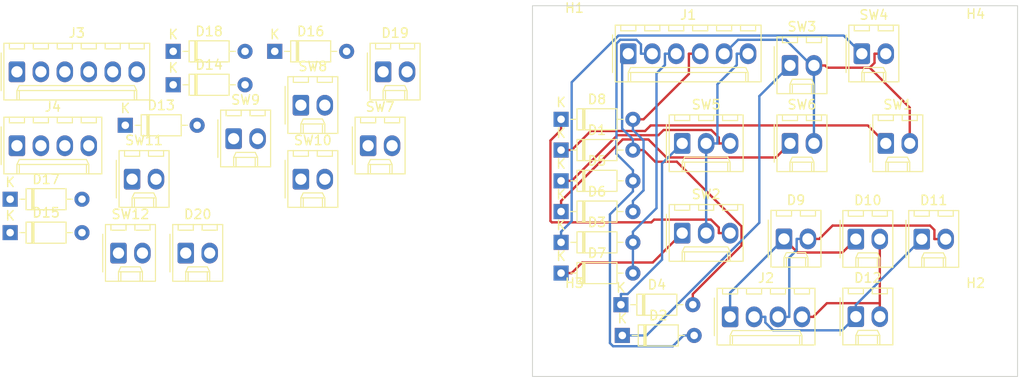
<source format=kicad_pcb>
(kicad_pcb (version 20211014) (generator pcbnew)
  (layers (0 "F.Cu" signal) (31 "B.Cu" signal) (34 "B.Paste" user) (35 "F.Paste" user) (36 "B.SilkS" user "B.Silkscreen") (37 "F.SilkS" user "F.Silkscreen") (38 "B.Mask" user) (39 "F.Mask" user) (44 "Edge.Cuts" user))
  (net 0 "")
  (net 1 "Net-(D1-Pad1)")
  (net 2 "/Test/TEST-ROW-0")
  (net 3 "Net-(D2-Pad1)")
  (net 4 "/Test/TEST-ROW-1")
  (net 5 "Net-(D3-Pad1)")
  (net 6 "/Test/TEST-ROW-2")
  (net 7 "Net-(D4-Pad1)")
  (net 8 "Net-(D5-Pad1)")
  (net 9 "Net-(D6-Pad1)")
  (net 10 "/Test/TEST-ROW-3")
  (net 11 "Net-(D7-Pad1)")
  (net 12 "Net-(D8-Pad1)")
  (net 13 "/Test/TEST-LED-ROW-0")
  (net 14 "/Test/TEST-LED-COL-0")
  (net 15 "/Test/TEST-LED-COL-1")
  (net 16 "/Test/TEST-LED-ROW-1")
  (net 17 "/Test/TEST-COL-0")
  (net 18 "/Test/TEST-COL-1")
  (net 19 "Net-(D13-Pad1)")
  (net 20 "/FLIGHT-CONTROL/FLT-CTL-ROW-0")
  (net 21 "Net-(D14-Pad1)")
  (net 22 "Net-(D15-Pad1)")
  (net 23 "Net-(D16-Pad1)")
  (net 24 "/FLIGHT-CONTROL/FLT-CTL-ROW-1")
  (net 25 "Net-(D17-Pad1)")
  (net 26 "Net-(D18-Pad1)")
  (net 27 "/FLIGHT-CONTROL/TEST-LED-ROW-0")
  (net 28 "/FLIGHT-CONTROL/TEST-LED-COL-0")
  (net 29 "/FLIGHT-CONTROL/TEST-LED-COL-1")
  (net 31 "/FLIGHT-CONTROL/FLT-CTL-COL-0")
  (net 32 "/FLIGHT-CONTROL/FLT-CTL-COL-1")
  (net 33 "/FLIGHT-CONTROL/FLT-CTL-COL-2")
  (footprint "PT_Library_v001:D_Signal_P7.62mm_Horizontal" (layer "F.Cu") (at 121.26 67.08)
    (fp_text reference "D16" (at 3.81 -2.12) (layer "F.SilkS"))
    (fp_text value "D")
    (fp_text user "K" (at 0 -1.8) (layer "F.SilkS"))
    (pad "1" thru_hole rect locked (at 0 0) (size 1.6 1.6) (drill 0.8) (layers *.Cu *.Mask) (net 23 "Net-(D16-Pad1)"))
    (pad "2" thru_hole oval locked (at 7.62 0) (size 1.6 1.6) (drill 0.8) (layers *.Cu *.Mask) (net 24 "/FLIGHT-CONTROL/FLT-CTL-ROW-1"))
  )
  (footprint "PT_Library_v001:Molex_1x04_P2.54mm_Vertical" (layer "F.Cu") (at 169.545 95.27)
    (fp_text reference "J2" (at 3.81 -4.12) (layer "F.SilkS"))
    (fp_text value "TEST LEDS")
    (pad "1" thru_hole roundrect locked (at 0 0) (size 1.74 2.2) (drill 1.2) (layers *.Cu *.Mask) (roundrect_rratio 0.143678) (net 13 "/Test/TEST-LED-ROW-0"))
    (pad "2" thru_hole oval locked (at 2.54 0) (size 1.74 2.2) (drill 1.2) (layers *.Cu *.Mask) (net 16 "/Test/TEST-LED-ROW-1"))
    (pad "3" thru_hole oval locked (at 5.08 0) (size 1.74 2.2) (drill 1.2) (layers *.Cu *.Mask) (net 14 "/Test/TEST-LED-COL-0"))
    (pad "4" thru_hole oval locked (at 7.62 0) (size 1.74 2.2) (drill 1.2) (layers *.Cu *.Mask) (net 15 "/Test/TEST-LED-COL-1"))
  )
  (footprint "PT_Library_v001:Molex_1x04_P2.54mm_Vertical" (layer "F.Cu") (at 93.92 77.1)
    (fp_text reference "J4" (at 3.81 -4.12) (layer "F.SilkS"))
    (fp_text value "TEST LEDS")
    (pad "1" thru_hole roundrect locked (at 0 0) (size 1.74 2.2) (drill 1.2) (layers *.Cu *.Mask) (roundrect_rratio 0.143678) (net 27 "/FLIGHT-CONTROL/TEST-LED-ROW-0"))
    (pad "2" thru_hole oval locked (at 2.54 0) (size 1.74 2.2) (drill 1.2) (layers *.Cu *.Mask) (net 28 "/FLIGHT-CONTROL/TEST-LED-COL-0"))
    (pad "3" thru_hole oval locked (at 5.08 0) (size 1.74 2.2) (drill 1.2) (layers *.Cu *.Mask) (net 29 "/FLIGHT-CONTROL/TEST-LED-COL-1"))
    (pad "4" thru_hole oval locked (at 7.62 0) (size 1.74 2.2) (drill 1.2) (layers *.Cu *.Mask))
  )
  (footprint "PT_Library_v001:Molex_1x02_P2.54mm_Vertical" (layer "F.Cu") (at 124.03 80.65)
    (fp_text reference "SW10" (at 1.27 -4.12) (layer "F.SilkS"))
    (fp_text value "LE-FLAPS")
    (pad "1" thru_hole roundrect locked (at 0 0) (size 1.74 2.2) (drill 1.2) (layers *.Cu *.Mask) (roundrect_rratio 0.143678) (net 23 "Net-(D16-Pad1)"))
    (pad "2" thru_hole oval locked (at 2.54 0) (size 1.74 2.2) (drill 1.2) (layers *.Cu *.Mask) (net 31 "/FLIGHT-CONTROL/FLT-CTL-COL-0"))
  )
  (footprint "PT_Library_v001:D_Signal_P7.62mm_Horizontal" (layer "F.Cu") (at 93.2 82.78)
    (fp_text reference "D17" (at 3.81 -2.12) (layer "F.SilkS"))
    (fp_text value "D")
    (fp_text user "K" (at 0 -1.8) (layer "F.SilkS"))
    (pad "1" thru_hole rect locked (at 0 0) (size 1.6 1.6) (drill 0.8) (layers *.Cu *.Mask) (net 25 "Net-(D17-Pad1)"))
    (pad "2" thru_hole oval locked (at 7.62 0) (size 1.6 1.6) (drill 0.8) (layers *.Cu *.Mask) (net 24 "/FLIGHT-CONTROL/FLT-CTL-ROW-1"))
  )
  (footprint "PT_Library_v001:Molex_1x02_P2.54mm_Vertical" (layer "F.Cu") (at 189.865 87.015)
    (fp_text reference "D11" (at 1.27 -4.12) (layer "F.SilkS"))
    (fp_text value "R-A")
    (pad "1" thru_hole roundrect locked (at 0 0) (size 1.74 2.2) (drill 1.2) (layers *.Cu *.Mask) (roundrect_rratio 0.143678) (net 16 "/Test/TEST-LED-ROW-1"))
    (pad "2" thru_hole oval locked (at 2.54 0) (size 1.74 2.2) (drill 1.2) (layers *.Cu *.Mask) (net 14 "/Test/TEST-LED-COL-0"))
  )
  (footprint "PT_Library_v001:D_Signal_P7.62mm_Horizontal" (layer "F.Cu") (at 157.97 93.98)
    (fp_text reference "D4" (at 3.81 -2.12) (layer "F.SilkS"))
    (fp_text value "D")
    (fp_text user "K" (at 0 -1.8) (layer "F.SilkS"))
    (pad "1" thru_hole rect locked (at 0 0) (size 1.6 1.6) (drill 0.8) (layers *.Cu *.Mask) (net 7 "Net-(D4-Pad1)"))
    (pad "2" thru_hole oval locked (at 7.62 0) (size 1.6 1.6) (drill 0.8) (layers *.Cu *.Mask) (net 2 "/Test/TEST-ROW-0"))
  )
  (footprint "PT_Library_v001:D_Signal_P7.62mm_Horizontal" (layer "F.Cu") (at 105.41 74.93)
    (fp_text reference "D13" (at 3.81 -2.12) (layer "F.SilkS"))
    (fp_text value "D")
    (fp_text user "K" (at 0 -1.8) (layer "F.SilkS"))
    (pad "1" thru_hole rect locked (at 0 0) (size 1.6 1.6) (drill 0.8) (layers *.Cu *.Mask) (net 19 "Net-(D13-Pad1)"))
    (pad "2" thru_hole oval locked (at 7.62 0) (size 1.6 1.6) (drill 0.8) (layers *.Cu *.Mask) (net 20 "/FLIGHT-CONTROL/FLT-CTL-ROW-0"))
  )
  (footprint "PT_Library_v001:Molex_1x02_P2.54mm_Vertical" (layer "F.Cu") (at 104.69 88.5)
    (fp_text reference "SW12" (at 1.27 -4.12) (layer "F.SilkS"))
    (fp_text value "BIT")
    (pad "1" thru_hole roundrect locked (at 0 0) (size 1.74 2.2) (drill 1.2) (layers *.Cu *.Mask) (roundrect_rratio 0.143678) (net 26 "Net-(D18-Pad1)"))
    (pad "2" thru_hole oval locked (at 2.54 0) (size 1.74 2.2) (drill 1.2) (layers *.Cu *.Mask) (net 33 "/FLIGHT-CONTROL/FLT-CTL-COL-2"))
  )
  (footprint "MountingHole:MountingHole_3.2mm_M3" (layer "F.Cu") (at 153.035 95.885)
    (fp_text reference "H3" (at 0 -4.2) (layer "F.SilkS"))
    (fp_text value "MountingHole")
    (pad "" np_thru_hole circle (at 0 0) (size 3.2 3.2) (drill 3.2) (layers *.Cu *.Mask))
  )
  (footprint "MountingHole:MountingHole_3.2mm_M3" (layer "F.Cu") (at 195.58 95.885)
    (fp_text reference "H2" (at 0 -4.2) (layer "F.SilkS"))
    (fp_text value "MountingHole")
    (pad "" np_thru_hole circle (at 0 0) (size 3.2 3.2) (drill 3.2) (layers *.Cu *.Mask))
  )
  (footprint "PT_Library_v001:Molex_1x02_P2.54mm_Vertical" (layer "F.Cu") (at 186.055 76.855)
    (fp_text reference "SW1" (at 1.27 -4.12) (layer "F.SilkS"))
    (fp_text value "FIRE & OH DETECT")
    (pad "1" thru_hole roundrect locked (at 0 0) (size 1.74 2.2) (drill 1.2) (layers *.Cu *.Mask) (roundrect_rratio 0.143678) (net 1 "Net-(D1-Pad1)"))
    (pad "2" thru_hole oval locked (at 2.54 0) (size 1.74 2.2) (drill 1.2) (layers *.Cu *.Mask) (net 17 "/Test/TEST-COL-0"))
  )
  (footprint "PT_Library_v001:Molex_1x02_P2.54mm_Vertical" (layer "F.Cu") (at 106.13 80.65)
    (fp_text reference "SW11" (at 1.27 -4.12) (layer "F.SilkS"))
    (fp_text value "FLCS-RESET")
    (pad "1" thru_hole roundrect locked (at 0 0) (size 1.74 2.2) (drill 1.2) (layers *.Cu *.Mask) (roundrect_rratio 0.143678) (net 25 "Net-(D17-Pad1)"))
    (pad "2" thru_hole oval locked (at 2.54 0) (size 1.74 2.2) (drill 1.2) (layers *.Cu *.Mask) (net 32 "/FLIGHT-CONTROL/FLT-CTL-COL-1"))
  )
  (footprint "PT_Library_v001:D_Signal_P7.62mm_Horizontal" (layer "F.Cu") (at 151.62 90.6236)
    (fp_text reference "D7" (at 3.81 -2.12) (layer "F.SilkS"))
    (fp_text value "D")
    (fp_text user "K" (at 0 -1.8) (layer "F.SilkS"))
    (pad "1" thru_hole rect locked (at 0 0) (size 1.6 1.6) (drill 0.8) (layers *.Cu *.Mask) (net 11 "Net-(D7-Pad1)"))
    (pad "2" thru_hole oval locked (at 7.62 0) (size 1.6 1.6) (drill 0.8) (layers *.Cu *.Mask) (net 6 "/Test/TEST-ROW-2"))
  )
  (footprint "PT_Library_v001:Molex_1x02_P2.54mm_Vertical" (layer "F.Cu") (at 175.26 86.995)
    (fp_text reference "D9" (at 1.27 -4.12) (layer "F.SilkS"))
    (fp_text value "L-C")
    (pad "1" thru_hole roundrect locked (at 0 0) (size 1.74 2.2) (drill 1.2) (layers *.Cu *.Mask) (roundrect_rratio 0.143678) (net 13 "/Test/TEST-LED-ROW-0"))
    (pad "2" thru_hole oval locked (at 2.54 0) (size 1.74 2.2) (drill 1.2) (layers *.Cu *.Mask) (net 14 "/Test/TEST-LED-COL-0"))
  )
  (footprint "PT_Library_v001:D_Signal_P7.62mm_Horizontal" (layer "F.Cu") (at 151.62 77.5607)
    (fp_text reference "D1" (at 3.81 -2.12) (layer "F.SilkS"))
    (fp_text value "D")
    (fp_text user "K" (at 0 -1.8) (layer "F.SilkS"))
    (pad "1" thru_hole rect locked (at 0 0) (size 1.6 1.6) (drill 0.8) (layers *.Cu *.Mask) (net 1 "Net-(D1-Pad1)"))
    (pad "2" thru_hole oval locked (at 7.62 0) (size 1.6 1.6) (drill 0.8) (layers *.Cu *.Mask) (net 2 "/Test/TEST-ROW-0"))
  )
  (footprint "PT_Library_v001:Molex_1x02_P2.54mm_Vertical" (layer "F.Cu") (at 175.895 68.58)
    (fp_text reference "SW3" (at 1.27 -4.12) (layer "F.SilkS"))
    (fp_text value "OXY QTY")
    (pad "1" thru_hole roundrect locked (at 0 0) (size 1.74 2.2) (drill 1.2) (layers *.Cu *.Mask) (roundrect_rratio 0.143678) (net 3 "Net-(D2-Pad1)"))
    (pad "2" thru_hole oval locked (at 2.54 0) (size 1.74 2.2) (drill 1.2) (layers *.Cu *.Mask) (net 17 "/Test/TEST-COL-0"))
  )
  (footprint "PT_Library_v001:D_Signal_P7.62mm_Horizontal" (layer "F.Cu") (at 151.62 74.295)
    (fp_text reference "D8" (at 3.81 -2.12) (layer "F.SilkS"))
    (fp_text value "D")
    (fp_text user "K" (at 0 -1.8) (layer "F.SilkS"))
    (pad "1" thru_hole rect locked (at 0 0) (size 1.6 1.6) (drill 0.8) (layers *.Cu *.Mask) (net 12 "Net-(D8-Pad1)"))
    (pad "2" thru_hole oval locked (at 7.62 0) (size 1.6 1.6) (drill 0.8) (layers *.Cu *.Mask) (net 10 "/Test/TEST-ROW-3"))
  )
  (footprint "PT_Library_v001:Molex_1x02_P2.54mm_Vertical" (layer "F.Cu") (at 183.515 67.33)
    (fp_text reference "SW4" (at 1.27 -4.12) (layer "F.SilkS"))
    (fp_text value "MAL & IND LTS")
    (pad "1" thru_hole roundrect locked (at 0 0) (size 1.74 2.2) (drill 1.2) (layers *.Cu *.Mask) (roundrect_rratio 0.143678) (net 5 "Net-(D3-Pad1)"))
    (pad "2" thru_hole oval locked (at 2.54 0) (size 1.74 2.2) (drill 1.2) (layers *.Cu *.Mask) (net 17 "/Test/TEST-COL-0"))
  )
  (footprint "PT_Library_v001:D_Signal_P7.62mm_Horizontal" (layer "F.Cu") (at 93.2 86.33)
    (fp_text reference "D15" (at 3.81 -2.12) (layer "F.SilkS"))
    (fp_text value "D")
    (fp_text user "K" (at 0 -1.8) (layer "F.SilkS"))
    (pad "1" thru_hole rect locked (at 0 0) (size 1.6 1.6) (drill 0.8) (layers *.Cu *.Mask) (net 22 "Net-(D15-Pad1)"))
    (pad "2" thru_hole oval locked (at 7.62 0) (size 1.6 1.6) (drill 0.8) (layers *.Cu *.Mask) (net 20 "/FLIGHT-CONTROL/FLT-CTL-ROW-0"))
  )
  (footprint "PT_Library_v001:Molex_1x02_P2.54mm_Vertical" (layer "F.Cu") (at 131.16 77.1)
    (fp_text reference "SW7" (at 1.27 -4.12) (layer "F.SilkS"))
    (fp_text value "DIGITAL-BACKUP")
    (pad "1" thru_hole roundrect locked (at 0 0) (size 1.74 2.2) (drill 1.2) (layers *.Cu *.Mask) (roundrect_rratio 0.143678) (net 19 "Net-(D13-Pad1)"))
    (pad "2" thru_hole oval locked (at 2.54 0) (size 1.74 2.2) (drill 1.2) (layers *.Cu *.Mask) (net 31 "/FLIGHT-CONTROL/FLT-CTL-COL-0"))
  )
  (footprint "PT_Library_v001:D_Signal_P7.62mm_Horizontal" (layer "F.Cu") (at 151.62 84.0921)
    (fp_text reference "D6" (at 3.81 -2.12) (layer "F.SilkS"))
    (fp_text value "D")
    (fp_text user "K" (at 0 -1.8) (layer "F.SilkS"))
    (pad "1" thru_hole rect locked (at 0 0) (size 1.6 1.6) (drill 0.8) (layers *.Cu *.Mask) (net 9 "Net-(D6-Pad1)"))
    (pad "2" thru_hole oval locked (at 7.62 0) (size 1.6 1.6) (drill 0.8) (layers *.Cu *.Mask) (net 10 "/Test/TEST-ROW-3"))
  )
  (footprint "PT_Library_v001:D_Signal_P7.62mm_Horizontal" (layer "F.Cu") (at 151.62 80.8264)
    (fp_text reference "D5" (at 3.81 -2.12) (layer "F.SilkS"))
    (fp_text value "D")
    (fp_text user "K" (at 0 -1.8) (layer "F.SilkS"))
    (pad "1" thru_hole rect locked (at 0 0) (size 1.6 1.6) (drill 0.8) (layers *.Cu *.Mask) (net 8 "Net-(D5-Pad1)"))
    (pad "2" thru_hole oval locked (at 7.62 0) (size 1.6 1.6) (drill 0.8) (layers *.Cu *.Mask) (net 4 "/Test/TEST-ROW-1"))
  )
  (footprint "PT_Library_v001:D_Signal_P7.62mm_Horizontal" (layer "F.Cu") (at 110.49 67.08)
    (fp_text reference "D18" (at 3.81 -2.12) (layer "F.SilkS"))
    (fp_text value "D")
    (fp_text user "K" (at 0 -1.8) (layer "F.SilkS"))
    (pad "1" thru_hole rect locked (at 0 0) (size 1.6 1.6) (drill 0.8) (layers *.Cu *.Mask) (net 26 "Net-(D18-Pad1)"))
    (pad "2" thru_hole oval locked (at 7.62 0) (size 1.6 1.6) (drill 0.8) (layers *.Cu *.Mask) (net 24 "/FLIGHT-CONTROL/FLT-CTL-ROW-1"))
  )
  (footprint "MountingHole:MountingHole_3.2mm_M3" (layer "F.Cu") (at 153.035 66.675)
    (fp_text reference "H1" (at 0 -4.2) (layer "F.SilkS"))
    (fp_text value "MountingHole")
    (pad "" np_thru_hole circle (at 0 0) (size 3.2 3.2) (drill 3.2) (layers *.Cu *.Mask))
  )
  (footprint "PT_Library_v001:Molex_1x03_P2.54mm_Vertical" (layer "F.Cu") (at 164.465 76.855)
    (fp_text reference "SW5" (at 2.54 -4.12) (layer "F.SilkS"))
    (fp_text value "PROBE HEAT")
    (pad "1" thru_hole roundrect locked (at 0 0) (size 1.74 2.2) (drill 1.2) (layers *.Cu *.Mask) (roundrect_rratio 0.143678) (net 7 "Net-(D4-Pad1)"))
    (pad "2" thru_hole oval locked (at 2.54 0) (size 1.74 2.2) (drill 1.2) (layers *.Cu *.Mask) (net 18 "/Test/TEST-COL-1"))
    (pad "3" thru_hole oval locked (at 5.08 0) (size 1.74 2.2) (drill 1.2) (layers *.Cu *.Mask) (net 8 "Net-(D5-Pad1)"))
  )
  (footprint "PT_Library_v001:Molex_1x02_P2.54mm_Vertical" (layer "F.Cu") (at 132.75 69.25)
    (fp_text reference "D19" (at 1.27 -4.12) (layer "F.SilkS"))
    (fp_text value "RUN")
    (pad "1" thru_hole roundrect locked (at 0 0) (size 1.74 2.2) (drill 1.2) (layers *.Cu *.Mask) (roundrect_rratio 0.143678) (net 27 "/FLIGHT-CONTROL/TEST-LED-ROW-0"))
    (pad "2" thru_hole oval locked (at 2.54 0) (size 1.74 2.2) (drill 1.2) (layers *.Cu *.Mask) (net 28 "/FLIGHT-CONTROL/TEST-LED-COL-0"))
  )
  (footprint "MountingHole:MountingHole_3.2mm_M3" (layer "F.Cu") (at 195.58 67.31)
    (fp_text reference "H4" (at 0 -4.2) (layer "F.SilkS"))
    (fp_text value "MountingHole")
    (pad "" np_thru_hole circle (at 0 0) (size 3.2 3.2) (drill 3.2) (layers *.Cu *.Mask))
  )
  (footprint "PT_Library_v001:D_Signal_P7.62mm_Horizontal" (layer "F.Cu") (at 158.115 97.2457)
    (fp_text reference "D2" (at 3.81 -2.12) (layer "F.SilkS"))
    (fp_text value "D")
    (fp_text user "K" (at 0 -1.8) (layer "F.SilkS"))
    (pad "1" thru_hole rect locked (at 0 0) (size 1.6 1.6) (drill 0.8) (layers *.Cu *.Mask) (net 3 "Net-(D2-Pad1)"))
    (pad "2" thru_hole oval locked (at 7.62 0) (size 1.6 1.6) (drill 0.8) (layers *.Cu *.Mask) (net 4 "/Test/TEST-ROW-1"))
  )
  (footprint "PT_Library_v001:D_Signal_P7.62mm_Horizontal" (layer "F.Cu") (at 110.49 70.63)
    (fp_text reference "D14" (at 3.81 -2.12) (layer "F.SilkS"))
    (fp_text value "D")
    (fp_text user "K" (at 0 -1.8) (layer "F.SilkS"))
    (pad "1" thru_hole rect locked (at 0 0) (size 1.6 1.6) (drill 0.8) (layers *.Cu *.Mask) (net 21 "Net-(D14-Pad1)"))
    (pad "2" thru_hole oval locked (at 7.62 0) (size 1.6 1.6) (drill 0.8) (layers *.Cu *.Mask) (net 20 "/FLIGHT-CONTROL/FLT-CTL-ROW-0"))
  )
  (footprint "PT_Library_v001:Molex_1x02_P2.54mm_Vertical" (layer "F.Cu") (at 182.88 87.015)
    (fp_text reference "D10" (at 1.27 -4.12) (layer "F.SilkS"))
    (fp_text value "R-A")
    (pad "1" thru_hole roundrect locked (at 0 0) (size 1.74 2.2) (drill 1.2) (layers *.Cu *.Mask) (roundrect_rratio 0.143678) (net 13 "/Test/TEST-LED-ROW-0"))
    (pad "2" thru_hole oval locked (at 2.54 0) (size 1.74 2.2) (drill 1.2) (layers *.Cu *.Mask) (net 15 "/Test/TEST-LED-COL-1"))
  )
  (footprint "PT_Library_v001:Molex_1x06_P2.54mm_Vertical" (layer "F.Cu") (at 158.75 67.33)
    (fp_text reference "J1" (at 6.35 -4.12) (layer "F.SilkS"))
    (fp_text value "TEST INPUTS")
    (pad "1" thru_hole roundrect locked (at 0 0) (size 1.74 2.2) (drill 1.2) (layers *.Cu *.Mask) (roundrect_rratio 0.143678) (net 2 "/Test/TEST-ROW-0"))
    (pad "2" thru_hole oval locked (at 2.54 0) (size 1.74 2.2) (drill 1.2) (layers *.Cu *.Mask) (net 4 "/Test/TEST-ROW-1"))
    (pad "3" thru_hole oval locked (at 5.08 0) (size 1.74 2.2) (drill 1.2) (layers *.Cu *.Mask) (net 6 "/Test/TEST-ROW-2"))
    (pad "4" thru_hole oval locked (at 7.62 0) (size 1.74 2.2) (drill 1.2) (layers *.Cu *.Mask) (net 10 "/Test/TEST-ROW-3"))
    (pad "5" thru_hole oval locked (at 10.16 0) (size 1.74 2.2) (drill 1.2) (layers *.Cu *.Mask) (net 17 "/Test/TEST-COL-0"))
    (pad "6" thru_hole oval locked (at 12.7 0) (size 1.74 2.2) (drill 1.2) (layers *.Cu *.Mask) (net 18 "/Test/TEST-COL-1"))
  )
  (footprint "PT_Library_v001:Molex_1x02_P2.54mm_Vertical" (layer "F.Cu") (at 111.82 88.5)
    (fp_text reference "D20" (at 1.27 -4.12) (layer "F.SilkS"))
    (fp_text value "FAIL")
    (pad "1" thru_hole roundrect locked (at 0 0) (size 1.74 2.2) (drill 1.2) (layers *.Cu *.Mask) (roundrect_rratio 0.143678) (net 27 "/FLIGHT-CONTROL/TEST-LED-ROW-0"))
    (pad "2" thru_hole oval locked (at 2.54 0) (size 1.74 2.2) (drill 1.2) (layers *.Cu *.Mask) (net 29 "/FLIGHT-CONTROL/TEST-LED-COL-1"))
  )
  (footprint "PT_Library_v001:Molex_1x02_P2.54mm_Vertical" (layer "F.Cu") (at 175.895 76.855)
    (fp_text reference "SW6" (at 1.27 -4.12) (layer "F.SilkS"))
    (fp_text value "EPU GEN")
    (pad "1" thru_hole roundrect locked (at 0 0) (size 1.74 2.2) (drill 1.2) (layers *.Cu *.Mask) (roundrect_rratio 0.143678) (net 9 "Net-(D6-Pad1)"))
    (pad "2" thru_hole oval locked (at 2.54 0) (size 1.74 2.2) (drill 1.2) (layers *.Cu *.Mask) (net 17 "/Test/TEST-COL-0"))
  )
  (footprint "PT_Library_v001:Molex_1x02_P2.54mm_Vertical" (layer "F.Cu") (at 124.03 72.8)
    (fp_text reference "SW8" (at 1.27 -4.12) (layer "F.SilkS"))
    (fp_text value "ALT-FLAPS")
    (pad "1" thru_hole roundrect locked (at 0 0) (size 1.74 2.2) (drill 1.2) (layers *.Cu *.Mask) (roundrect_rratio 0.143678) (net 21 "Net-(D14-Pad1)"))
    (pad "2" thru_hole oval locked (at 2.54 0) (size 1.74 2.2) (drill 1.2) (layers *.Cu *.Mask) (net 32 "/FLIGHT-CONTROL/FLT-CTL-COL-1"))
  )
  (footprint "PT_Library_v001:Molex_1x06_P2.54mm_Vertical" (layer "F.Cu") (at 93.92 69.25)
    (fp_text reference "J3" (at 6.35 -4.12) (layer "F.SilkS"))
    (fp_text value "FLT-CTL-INPUT")
    (pad "1" thru_hole roundrect locked (at 0 0) (size 1.74 2.2) (drill 1.2) (layers *.Cu *.Mask) (roundrect_rratio 0.143678))
    (pad "2" thru_hole oval locked (at 2.54 0) (size 1.74 2.2) (drill 1.2) (layers *.Cu *.Mask) (net 24 "/FLIGHT-CONTROL/FLT-CTL-ROW-1"))
    (pad "3" thru_hole oval locked (at 5.08 0) (size 1.74 2.2) (drill 1.2) (layers *.Cu *.Mask) (net 31 "/FLIGHT-CONTROL/FLT-CTL-COL-0"))
    (pad "4" thru_hole oval locked (at 7.62 0) (size 1.74 2.2) (drill 1.2) (layers *.Cu *.Mask) (net 32 "/FLIGHT-CONTROL/FLT-CTL-COL-1"))
    (pad "5" thru_hole oval locked (at 10.16 0) (size 1.74 2.2) (drill 1.2) (layers *.Cu *.Mask) (net 33 "/FLIGHT-CONTROL/FLT-CTL-COL-2"))
    (pad "6" thru_hole oval locked (at 12.7 0) (size 1.74 2.2) (drill 1.2) (layers *.Cu *.Mask))
  )
  (footprint "PT_Library_v001:Molex_1x02_P2.54mm_Vertical" (layer "F.Cu") (at 116.9 76.35)
    (fp_text reference "SW9" (at 1.27 -4.12) (layer "F.SilkS"))
    (fp_text value "MANUAL-TF")
    (pad "1" thru_hole roundrect locked (at 0 0) (size 1.74 2.2) (drill 1.2) (layers *.Cu *.Mask) (roundrect_rratio 0.143678) (net 22 "Net-(D15-Pad1)"))
    (pad "2" thru_hole oval locked (at 2.54 0) (size 1.74 2.2) (drill 1.2) (layers *.Cu *.Mask) (net 33 "/FLIGHT-CONTROL/FLT-CTL-COL-2"))
  )
  (footprint "PT_Library_v001:Molex_1x03_P2.54mm_Vertical" (layer "F.Cu") (at 164.465 86.38)
    (fp_text reference "SW2" (at 2.54 -4.12) (layer "F.SilkS"))
    (fp_text value "FLCS-TEST")
    (pad "1" thru_hole roundrect locked (at 0 0) (size 1.74 2.2) (drill 1.2) (layers *.Cu *.Mask) (roundrect_rratio 0.143678) (net 11 "Net-(D7-Pad1)"))
    (pad "2" thru_hole oval locked (at 2.54 0) (size 1.74 2.2) (drill 1.2) (layers *.Cu *.Mask) (net 18 "/Test/TEST-COL-1"))
    (pad "3" thru_hole oval locked (at 5.08 0) (size 1.74 2.2) (drill 1.2) (layers *.Cu *.Mask) (net 12 "Net-(D8-Pad1)"))
  )
  (footprint "PT_Library_v001:D_Signal_P7.62mm_Horizontal" (layer "F.Cu") (at 151.62 87.3579)
    (fp_text reference "D3" (at 3.81 -2.12) (layer "F.SilkS"))
    (fp_text value "D")
    (fp_text user "K" (at 0 -1.8) (layer "F.SilkS"))
    (pad "1" thru_hole rect locked (at 0 0) (size 1.6 1.6) (drill 0.8) (layers *.Cu *.Mask) (net 5 "Net-(D3-Pad1)"))
    (pad "2" thru_hole oval locked (at 7.62 0) (size 1.6 1.6) (drill 0.8) (layers *.Cu *.Mask) (net 6 "/Test/TEST-ROW-2"))
  )
  (footprint "PT_Library_v001:Molex_1x02_P2.54mm_Vertical" (layer "F.Cu") (at 182.88 95.25)
    (fp_text reference "D12" (at 1.27 -4.12) (layer "F.SilkS"))
    (fp_text value "R-B")
    (pad "1" thru_hole roundrect locked (at 0 0) (size 1.74 2.2) (drill 1.2) (layers *.Cu *.Mask) (roundrect_rratio 0.143678) (net 16 "/Test/TEST-LED-ROW-1"))
    (pad "2" thru_hole oval locked (at 2.54 0) (size 1.74 2.2) (drill 1.2) (layers *.Cu *.Mask) (net 15 "/Test/TEST-LED-COL-1"))
  )
  (gr_rect (start 148.59 62.23) (end 200.025 101.6) (layer "Edge.Cuts") (width 0.1) (fill none))
  (segment (start 152.7453 77.5607) (end 154.7722 75.5338) (width 0.25) (layer "F.Cu") (net 1))
  (segment (start 151.62 77.5607) (end 152.7453 77.5607) (width 0.25) (layer "F.Cu") (net 1))
  (segment (start 154.7722 75.5338) (end 160.5347 75.5338) (width 0.25) (layer "F.Cu") (net 1))
  (segment (start 161.1228 74.9457) (end 184.1457 74.9457) (width 0.25) (layer "F.Cu") (net 1))
  (segment (start 184.1457 74.9457) (end 186.055 76.855) (width 0.25) (layer "F.Cu") (net 1))
  (segment (start 160.5347 75.5338) (end 161.1228 74.9457) (width 0.25) (layer "F.Cu") (net 1))
  (segment (start 161.6027 78.7981) (end 163.8963 78.7981) (width 0.25) (layer "F.Cu") (net 2))
  (segment (start 170.7523 85.6541) (end 170.7523 87.6924) (width 0.25) (layer "F.Cu") (net 2))
  (segment (start 165.59 93.98) (end 165.59 92.8547) (width 0.25) (layer "F.Cu") (net 2))
  (segment (start 163.8963 78.7981) (end 170.7523 85.6541) (width 0.25) (layer "F.Cu") (net 2))
  (segment (start 170.7523 87.6924) (end 165.59 92.8547) (width 0.25) (layer "F.Cu") (net 2))
  (segment (start 159.24 77.5607) (end 160.3653 77.5607) (width 0.25) (layer "F.Cu") (net 2))
  (segment (start 160.3653 77.5607) (end 161.6027 78.7981) (width 0.25) (layer "F.Cu") (net 2))
  (segment (start 158.0973 75.2927) (end 158.0973 67.9827) (width 0.25) (layer "B.Cu") (net 2))
  (segment (start 158.0973 67.9827) (end 158.75 67.33) (width 0.25) (layer "B.Cu") (net 2))
  (segment (start 159.24 76.4354) (end 158.0973 75.2927) (width 0.25) (layer "B.Cu") (net 2))
  (segment (start 159.24 77.5607) (end 159.24 76.4354) (width 0.25) (layer "B.Cu") (net 2))
  (segment (start 160.6742 97.2457) (end 172.6454 85.2745) (width 0.25) (layer "B.Cu") (net 3))
  (segment (start 158.115 97.2457) (end 160.6742 97.2457) (width 0.25) (layer "B.Cu") (net 3))
  (segment (start 172.6454 85.2745) (end 172.6454 71.8296) (width 0.25) (layer "B.Cu") (net 3))
  (segment (start 172.6454 71.8296) (end 175.895 68.58) (width 0.25) (layer "B.Cu") (net 3))
  (segment (start 156.8036 98.0553) (end 156.8036 84.3881) (width 0.25) (layer "B.Cu") (net 4))
  (segment (start 159.24 79.7011) (end 157.4963 77.9574) (width 0.25) (layer "B.Cu") (net 4))
  (segment (start 157.1362 98.3879) (end 156.8036 98.0553) (width 0.25) (layer "B.Cu") (net 4))
  (segment (start 161.29 67.33) (end 160.0947 67.33) (width 0.25) (layer "B.Cu") (net 4))
  (segment (start 165.735 97.2457) (end 164.6097 97.2457) (width 0.25) (layer "B.Cu") (net 4))
  (segment (start 157.4963 66.2508) (end 157.8949 65.8522) (width 0.25) (layer "B.Cu") (net 4))
  (segment (start 156.8036 84.3881) (end 159.24 81.9517) (width 0.25) (layer "B.Cu") (net 4))
  (segment (start 163.4675 98.3879) (end 157.1362 98.3879) (width 0.25) (layer "B.Cu") (net 4))
  (segment (start 159.24 80.8264) (end 159.24 81.9517) (width 0.25) (layer "B.Cu") (net 4))
  (segment (start 159.6085 65.8522) (end 160.0947 66.3384) (width 0.25) (layer "B.Cu") (net 4))
  (segment (start 157.4963 77.9574) (end 157.4963 66.2508) (width 0.25) (layer "B.Cu") (net 4))
  (segment (start 160.0947 66.3384) (end 160.0947 67.33) (width 0.25) (layer "B.Cu") (net 4))
  (segment (start 159.24 80.8264) (end 159.24 79.7011) (width 0.25) (layer "B.Cu") (net 4))
  (segment (start 164.6097 97.2457) (end 163.4675 98.3879) (width 0.25) (layer "B.Cu") (net 4))
  (segment (start 157.8949 65.8522) (end 159.6085 65.8522) (width 0.25) (layer "B.Cu") (net 4))
  (segment (start 181.5869 65.4019) (end 157.7083 65.4019) (width 0.25) (layer "B.Cu") (net 5))
  (segment (start 151.62 87.3579) (end 151.62 86.2326) (width 0.25) (layer "B.Cu") (net 5))
  (segment (start 157.7083 65.4019) (end 152.7453 70.3649) (width 0.25) (layer "B.Cu") (net 5))
  (segment (start 152.7453 70.3649) (end 152.7453 85.1073) (width 0.25) (layer "B.Cu") (net 5))
  (segment (start 183.515 67.33) (end 181.5869 65.4019) (width 0.25) (layer "B.Cu") (net 5))
  (segment (start 152.7453 85.1073) (end 151.62 86.2326) (width 0.25) (layer "B.Cu") (net 5))
  (segment (start 161.7404 83.7322) (end 161.7404 69.4196) (width 0.25) (layer "B.Cu") (net 6))
  (segment (start 159.24 90.6236) (end 159.24 87.3579) (width 0.25) (layer "B.Cu") (net 6))
  (segment (start 161.7404 69.4196) (end 162.6347 68.5253) (width 0.25) (layer "B.Cu") (net 6))
  (segment (start 163.83 67.33) (end 162.6347 67.33) (width 0.25) (layer "B.Cu") (net 6))
  (segment (start 159.24 86.2326) (end 161.7404 83.7322) (width 0.25) (layer "B.Cu") (net 6))
  (segment (start 162.6347 68.5253) (end 162.6347 67.33) (width 0.25) (layer "B.Cu") (net 6))
  (segment (start 159.24 87.3579) (end 159.24 86.2326) (width 0.25) (layer "B.Cu") (net 6))
  (segment (start 157.97 93.98) (end 157.97 92.8547) (width 0.25) (layer "B.Cu") (net 7))
  (segment (start 157.97 92.8547) (end 158.6733 92.8547) (width 0.25) (layer "B.Cu") (net 7))
  (segment (start 158.6733 92.8547) (end 162.3274 89.2006) (width 0.25) (layer "B.Cu") (net 7))
  (segment (start 162.3274 89.2006) (end 162.3274 78.9926) (width 0.25) (layer "B.Cu") (net 7))
  (segment (start 162.3274 78.9926) (end 164.465 76.855) (width 0.25) (layer "B.Cu") (net 7))
  (segment (start 167.5435 75.4273) (end 168.3497 76.2335) (width 0.25) (layer "F.Cu") (net 8))
  (segment (start 162.4999 75.4273) (end 167.5435 75.4273) (width 0.25) (layer "F.Cu") (net 8))
  (segment (start 157.5875 75.9842) (end 161.943 75.9842) (width 0.25) (layer "F.Cu") (net 8))
  (segment (start 161.943 75.9842) (end 162.4999 75.4273) (width 0.25) (layer "F.Cu") (net 8))
  (segment (start 168.3497 76.2335) (end 168.3497 76.855) (width 0.25) (layer "F.Cu") (net 8))
  (segment (start 151.62 80.8264) (end 152.7453 80.8264) (width 0.25) (layer "F.Cu") (net 8))
  (segment (start 169.545 76.855) (end 168.3497 76.855) (width 0.25) (layer "F.Cu") (net 8))
  (segment (start 152.7453 80.8264) (end 157.5875 75.9842) (width 0.25) (layer "F.Cu") (net 8))
  (segment (start 162.7964 78.3477) (end 174.4023 78.3477) (width 0.25) (layer "F.Cu") (net 9))
  (segment (start 160.8832 76.4345) (end 162.7964 78.3477) (width 0.25) (layer "F.Cu") (net 9))
  (segment (start 151.62 82.9668) (end 158.1523 76.4345) (width 0.25) (layer "F.Cu") (net 9))
  (segment (start 174.4023 78.3477) (end 175.895 76.855) (width 0.25) (layer "F.Cu") (net 9))
  (segment (start 158.1523 76.4345) (end 160.8832 76.4345) (width 0.25) (layer "F.Cu") (net 9))
  (segment (start 151.62 84.0921) (end 151.62 82.9668) (width 0.25) (layer "F.Cu") (net 9))
  (segment (start 160.3653 74.295) (end 165.1747 69.4856) (width 0.25) (layer "F.Cu") (net 10))
  (segment (start 165.1747 69.4856) (end 165.1747 67.33) (width 0.25) (layer "F.Cu") (net 10))
  (segment (start 159.24 74.295) (end 160.3653 74.295) (width 0.25) (layer "F.Cu") (net 10))
  (segment (start 166.37 67.33) (end 165.1747 67.33) (width 0.25) (layer "F.Cu") (net 10))
  (segment (start 160.3653 76.5456) (end 159.24 75.4203) (width 0.25) (layer "B.Cu") (net 10))
  (segment (start 159.24 84.0921) (end 159.24 82.9668) (width 0.25) (layer "B.Cu") (net 10))
  (segment (start 159.24 74.295) (end 159.24 75.4203) (width 0.25) (layer "B.Cu") (net 10))
  (segment (start 159.24 82.9668) (end 160.3653 81.8415) (width 0.25) (layer "B.Cu") (net 10))
  (segment (start 160.3653 81.8415) (end 160.3653 76.5456) (width 0.25) (layer "B.Cu") (net 10))
  (segment (start 153.8706 89.4983) (end 161.3467 89.4983) (width 0.25) (layer "F.Cu") (net 11))
  (segment (start 151.62 90.6236) (end 152.7453 90.6236) (width 0.25) (layer "F.Cu") (net 11))
  (segment (start 161.3467 89.4983) (end 164.465 86.38) (width 0.25) (layer "F.Cu") (net 11))
  (segment (start 152.7453 90.6236) (end 153.8706 89.4983) (width 0.25) (layer "F.Cu") (net 11))
  (segment (start 161.4823 84.9478) (end 167.5151 84.9478) (width 0.25) (layer "F.Cu") (net 12))
  (segment (start 150.4946 85.0909) (end 150.6373 85.2336) (width 0.25) (layer "F.Cu") (net 12))
  (segment (start 151.62 74.295) (end 151.62 75.4203) (width 0.25) (layer "F.Cu") (net 12))
  (segment (start 169.545 86.38) (end 168.3497 86.38) (width 0.25) (layer "F.Cu") (net 12))
  (segment (start 167.5151 84.9478) (end 168.3497 85.7824) (width 0.25) (layer "F.Cu") (net 12))
  (segment (start 150.6373 85.2336) (end 161.1965 85.2336) (width 0.25) (layer "F.Cu") (net 12))
  (segment (start 151.62 75.4203) (end 150.4946 76.5457) (width 0.25) (layer "F.Cu") (net 12))
  (segment (start 168.3497 85.7824) (end 168.3497 86.38) (width 0.25) (layer "F.Cu") (net 12))
  (segment (start 161.1965 85.2336) (end 161.4823 84.9478) (width 0.25) (layer "F.Cu") (net 12))
  (segment (start 150.4946 76.5457) (end 150.4946 85.0909) (width 0.25) (layer "F.Cu") (net 12))
  (segment (start 176.705 88.44) (end 181.455 88.44) (width 0.25) (layer "F.Cu") (net 13))
  (segment (start 175.26 86.995) (end 176.705 88.44) (width 0.25) (layer "F.Cu") (net 13))
  (segment (start 181.455 88.44) (end 182.88 87.015) (width 0.25) (layer "F.Cu") (net 13))
  (segment (start 169.545 92.71) (end 169.545 95.27) (width 0.25) (layer "B.Cu") (net 13))
  (segment (start 175.26 86.995) (end 169.545 92.71) (width 0.25) (layer "B.Cu") (net 13))
  (segment (start 190.7449 85.579) (end 191.2097 86.0438) (width 0.25) (layer "F.Cu") (net 14))
  (segment (start 177.8 86.995) (end 178.9953 86.995) (width 0.25) (layer "F.Cu") (net 14))
  (segment (start 192.405 87.015) (end 191.2097 87.015) (width 0.25) (layer "F.Cu") (net 14))
  (segment (start 191.2097 86.0438) (end 191.2097 87.015) (width 0.25) (layer "F.Cu") (net 14))
  (segment (start 180.4113 85.579) (end 190.7449 85.579) (width 0.25) (layer "F.Cu") (net 14))
  (segment (start 178.9953 86.995) (end 180.4113 85.579) (width 0.25) (layer "F.Cu") (net 14))
  (segment (start 175.8203 88.9747) (end 175.8203 95.27) (width 0.25) (layer "B.Cu") (net 14))
  (segment (start 176.6047 88.1903) (end 175.8203 88.9747) (width 0.25) (layer "B.Cu") (net 14))
  (segment (start 176.6047 86.995) (end 176.6047 88.1903) (width 0.25) (layer "B.Cu") (net 14))
  (segment (start 177.8 86.995) (end 176.6047 86.995) (width 0.25) (layer "B.Cu") (net 14))
  (segment (start 174.625 95.27) (end 175.8203 95.27) (width 0.25) (layer "B.Cu") (net 14))
  (segment (start 177.165 95.27) (end 178.3603 95.27) (width 0.25) (layer "F.Cu") (net 15))
  (segment (start 185.42 87.015) (end 185.42 93.8203) (width 0.25) (layer "F.Cu") (net 15))
  (segment (start 185.42 93.8203) (end 179.81 93.8203) (width 0.25) (layer "F.Cu") (net 15))
  (segment (start 185.42 93.8203) (end 185.42 95.25) (width 0.25) (layer "F.Cu") (net 15))
  (segment (start 179.81 93.8203) (end 178.3603 95.27) (width 0.25) (layer "F.Cu") (net 15))
  (segment (start 182.88 94) (end 182.88 95.25) (width 0.25) (layer "B.Cu") (net 16))
  (segment (start 173.2803 95.8677) (end 173.2803 95.27) (width 0.25) (layer "B.Cu") (net 16))
  (segment (start 189.865 87.015) (end 182.88 94) (width 0.25) (layer "B.Cu") (net 16))
  (segment (start 182.88 95.25) (end 181.4289 96.7011) (width 0.25) (layer "B.Cu") (net 16))
  (segment (start 181.4289 96.7011) (end 174.1137 96.7011) (width 0.25) (layer "B.Cu") (net 16))
  (segment (start 174.1137 96.7011) (end 173.2803 95.8677) (width 0.25) (layer "B.Cu") (net 16))
  (segment (start 172.085 95.27) (end 173.2803 95.27) (width 0.25) (layer "B.Cu") (net 16))
  (segment (start 186.055 67.33) (end 184.8597 67.33) (width 0.25) (layer "F.Cu") (net 17))
  (segment (start 188.595 73.0629) (end 184.3465 68.8144) (width 0.25) (layer "F.Cu") (net 17))
  (segment (start 184.8597 68.3012) (end 184.3465 68.8144) (width 0.25) (layer "F.Cu") (net 17))
  (segment (start 179.8647 68.8144) (end 179.6303 68.58) (width 0.25) (layer "F.Cu") (net 17))
  (segment (start 178.435 68.58) (end 179.6303 68.58) (width 0.25) (layer "F.Cu") (net 17))
  (segment (start 184.3465 68.8144) (end 179.8647 68.8144) (width 0.25) (layer "F.Cu") (net 17))
  (segment (start 188.595 76.855) (end 188.595 73.0629) (width 0.25) (layer "F.Cu") (net 17))
  (segment (start 184.8597 67.33) (end 184.8597 68.3012) (width 0.25) (layer "F.Cu") (net 17))
  (segment (start 178.435 68.8667) (end 178.435 76.855) (width 0.25) (layer "B.Cu") (net 17))
  (segment (start 178.435 68.58) (end 178.435 68.8667) (width 0.25) (layer "B.Cu") (net 17))
  (segment (start 178.435 68.8667) (end 178.435 68.8348) (width 0.25) (layer "B.Cu") (net 17))
  (segment (start 175.4525 65.8523) (end 170.3877 65.8523) (width 0.25) (layer "B.Cu") (net 17))
  (segment (start 178.435 68.8348) (end 175.4525 65.8523) (width 0.25) (layer "B.Cu") (net 17))
  (segment (start 170.3877 65.8523) (end 168.91 67.33) (width 0.25) (layer "B.Cu") (net 17))
  (segment (start 170.2547 68.5253) (end 168.2003 70.5797) (width 0.25) (layer "B.Cu") (net 18))
  (segment (start 168.2003 70.5797) (end 168.2003 76.855) (width 0.25) (layer "B.Cu") (net 18))
  (segment (start 167.005 86.38) (end 167.005 76.855) (width 0.25) (layer "B.Cu") (net 18))
  (segment (start 170.2547 67.33) (end 170.2547 68.5253) (width 0.25) (layer "B.Cu") (net 18))
  (segment (start 167.005 76.855) (end 168.2003 76.855) (width 0.25) (layer "B.Cu") (net 18))
  (segment (start 171.45 67.33) (end 170.2547 67.33) (width 0.25) (layer "B.Cu") (net 18))
)
</source>
